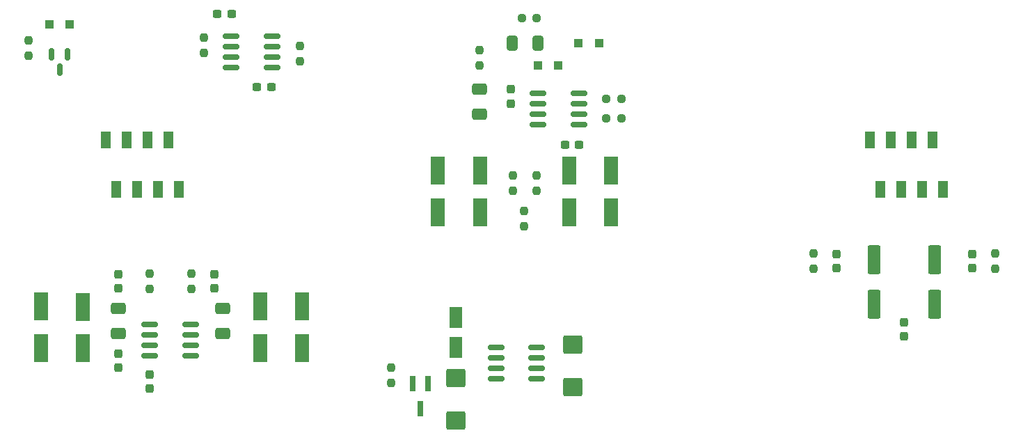
<source format=gbr>
%TF.GenerationSoftware,KiCad,Pcbnew,(6.0.9-0)*%
%TF.CreationDate,2024-08-25T20:50:42+02:00*%
%TF.ProjectId,preamp-test,70726561-6d70-42d7-9465-73742e6b6963,rev?*%
%TF.SameCoordinates,Original*%
%TF.FileFunction,Paste,Bot*%
%TF.FilePolarity,Positive*%
%FSLAX46Y46*%
G04 Gerber Fmt 4.6, Leading zero omitted, Abs format (unit mm)*
G04 Created by KiCad (PCBNEW (6.0.9-0)) date 2024-08-25 20:50:42*
%MOMM*%
%LPD*%
G01*
G04 APERTURE LIST*
G04 Aperture macros list*
%AMRoundRect*
0 Rectangle with rounded corners*
0 $1 Rounding radius*
0 $2 $3 $4 $5 $6 $7 $8 $9 X,Y pos of 4 corners*
0 Add a 4 corners polygon primitive as box body*
4,1,4,$2,$3,$4,$5,$6,$7,$8,$9,$2,$3,0*
0 Add four circle primitives for the rounded corners*
1,1,$1+$1,$2,$3*
1,1,$1+$1,$4,$5*
1,1,$1+$1,$6,$7*
1,1,$1+$1,$8,$9*
0 Add four rect primitives between the rounded corners*
20,1,$1+$1,$2,$3,$4,$5,0*
20,1,$1+$1,$4,$5,$6,$7,0*
20,1,$1+$1,$6,$7,$8,$9,0*
20,1,$1+$1,$8,$9,$2,$3,0*%
G04 Aperture macros list end*
%ADD10RoundRect,0.237500X0.237500X-0.250000X0.237500X0.250000X-0.237500X0.250000X-0.237500X-0.250000X0*%
%ADD11RoundRect,0.237500X-0.237500X0.250000X-0.237500X-0.250000X0.237500X-0.250000X0.237500X0.250000X0*%
%ADD12RoundRect,0.237500X0.237500X-0.300000X0.237500X0.300000X-0.237500X0.300000X-0.237500X-0.300000X0*%
%ADD13RoundRect,0.237500X0.250000X0.237500X-0.250000X0.237500X-0.250000X-0.237500X0.250000X-0.237500X0*%
%ADD14RoundRect,0.150000X-0.150000X0.587500X-0.150000X-0.587500X0.150000X-0.587500X0.150000X0.587500X0*%
%ADD15R,1.200000X2.000000*%
%ADD16R,1.000000X1.000000*%
%ADD17R,1.800000X3.500000*%
%ADD18RoundRect,0.237500X-0.237500X0.300000X-0.237500X-0.300000X0.237500X-0.300000X0.237500X0.300000X0*%
%ADD19RoundRect,0.237500X-0.300000X-0.237500X0.300000X-0.237500X0.300000X0.237500X-0.300000X0.237500X0*%
%ADD20RoundRect,0.150000X0.825000X0.150000X-0.825000X0.150000X-0.825000X-0.150000X0.825000X-0.150000X0*%
%ADD21R,0.800000X1.900000*%
%ADD22RoundRect,0.250000X0.650000X-0.412500X0.650000X0.412500X-0.650000X0.412500X-0.650000X-0.412500X0*%
%ADD23RoundRect,0.250000X-0.412500X-0.650000X0.412500X-0.650000X0.412500X0.650000X-0.412500X0.650000X0*%
%ADD24RoundRect,0.250000X0.550000X-1.050000X0.550000X1.050000X-0.550000X1.050000X-0.550000X-1.050000X0*%
%ADD25RoundRect,0.250000X-0.550000X1.500000X-0.550000X-1.500000X0.550000X-1.500000X0.550000X1.500000X0*%
%ADD26RoundRect,0.250000X-0.925000X0.875000X-0.925000X-0.875000X0.925000X-0.875000X0.925000X0.875000X0*%
%ADD27RoundRect,0.237500X-0.250000X-0.237500X0.250000X-0.237500X0.250000X0.237500X-0.250000X0.237500X0*%
%ADD28RoundRect,0.250000X0.925000X-0.875000X0.925000X0.875000X-0.925000X0.875000X-0.925000X-0.875000X0*%
G04 APERTURE END LIST*
D10*
%TO.C,R2*%
X83751500Y-120038500D03*
X83751500Y-118213500D03*
%TD*%
D11*
%TO.C,R7*%
X98552000Y-94845500D03*
X98552000Y-96670500D03*
%TD*%
D12*
%TO.C,C17*%
X50546000Y-118210500D03*
X50546000Y-116485500D03*
%TD*%
D13*
%TO.C,R5*%
X111783500Y-85471000D03*
X109958500Y-85471000D03*
%TD*%
D14*
%TO.C,Q1*%
X42484000Y-80088500D03*
X44384000Y-80088500D03*
X43434000Y-81963500D03*
%TD*%
D15*
%TO.C,J8*%
X142050000Y-90500000D03*
X143320000Y-96500000D03*
X144590000Y-90500000D03*
X145860000Y-96500000D03*
X147130000Y-90500000D03*
X148400000Y-96500000D03*
X149670000Y-90500000D03*
X150940000Y-96500000D03*
%TD*%
D16*
%TO.C,D1*%
X44684000Y-76454000D03*
X42184000Y-76454000D03*
%TD*%
D11*
%TO.C,R12*%
X72644000Y-79097500D03*
X72644000Y-80922500D03*
%TD*%
D17*
%TO.C,D3*%
X105410000Y-99274000D03*
X105410000Y-94274000D03*
%TD*%
D13*
%TO.C,R6*%
X111783500Y-87884000D03*
X109958500Y-87884000D03*
%TD*%
D18*
%TO.C,C6*%
X146177000Y-112675500D03*
X146177000Y-114400500D03*
%TD*%
D11*
%TO.C,R9*%
X99949000Y-99163500D03*
X99949000Y-100988500D03*
%TD*%
D19*
%TO.C,C20*%
X67463500Y-84074000D03*
X69188500Y-84074000D03*
%TD*%
D17*
%TO.C,D10*%
X41148000Y-110784000D03*
X41148000Y-115784000D03*
%TD*%
D15*
%TO.C,J9*%
X49050000Y-90500000D03*
X50320000Y-96500000D03*
X51590000Y-90500000D03*
X52860000Y-96500000D03*
X54130000Y-90500000D03*
X55400000Y-96500000D03*
X56670000Y-90500000D03*
X57940000Y-96500000D03*
%TD*%
D20*
%TO.C,U2*%
X106615000Y-84836000D03*
X106615000Y-86106000D03*
X106615000Y-87376000D03*
X106615000Y-88646000D03*
X101665000Y-88646000D03*
X101665000Y-87376000D03*
X101665000Y-86106000D03*
X101665000Y-84836000D03*
%TD*%
D17*
%TO.C,D5*%
X110490000Y-94274000D03*
X110490000Y-99274000D03*
%TD*%
D20*
%TO.C,U1*%
X101466500Y-115697000D03*
X101466500Y-116967000D03*
X101466500Y-118237000D03*
X101466500Y-119507000D03*
X96516500Y-119507000D03*
X96516500Y-118237000D03*
X96516500Y-116967000D03*
X96516500Y-115697000D03*
%TD*%
D21*
%TO.C,Q2*%
X86357500Y-120166000D03*
X88257500Y-120166000D03*
X87307500Y-123166000D03*
%TD*%
D17*
%TO.C,D8*%
X46228000Y-115824000D03*
X46228000Y-110824000D03*
%TD*%
D22*
%TO.C,C14*%
X63246000Y-114084500D03*
X63246000Y-110959500D03*
%TD*%
D16*
%TO.C,D6*%
X109073000Y-78740000D03*
X106573000Y-78740000D03*
%TD*%
D23*
%TO.C,C9*%
X98513500Y-78740000D03*
X101638500Y-78740000D03*
%TD*%
D18*
%TO.C,C16*%
X62230000Y-106833500D03*
X62230000Y-108558500D03*
%TD*%
D24*
%TO.C,C1*%
X91625500Y-115719000D03*
X91625500Y-112119000D03*
%TD*%
D10*
%TO.C,R8*%
X101473000Y-96670500D03*
X101473000Y-94845500D03*
%TD*%
D22*
%TO.C,C13*%
X50546000Y-114084500D03*
X50546000Y-110959500D03*
%TD*%
D25*
%TO.C,C8*%
X149860000Y-105101000D03*
X149860000Y-110501000D03*
%TD*%
%TO.C,C7*%
X142494000Y-105101000D03*
X142494000Y-110501000D03*
%TD*%
D12*
%TO.C,C19*%
X54356000Y-120750500D03*
X54356000Y-119025500D03*
%TD*%
D26*
%TO.C,C2*%
X105849500Y-115433000D03*
X105849500Y-120533000D03*
%TD*%
D17*
%TO.C,D9*%
X67818000Y-115784000D03*
X67818000Y-110784000D03*
%TD*%
D10*
%TO.C,FB2*%
X59436000Y-108608500D03*
X59436000Y-106783500D03*
%TD*%
%TO.C,R4*%
X157226000Y-106173500D03*
X157226000Y-104348500D03*
%TD*%
D19*
%TO.C,C12*%
X104928500Y-91059000D03*
X106653500Y-91059000D03*
%TD*%
D17*
%TO.C,D2*%
X94615000Y-99274000D03*
X94615000Y-94274000D03*
%TD*%
D18*
%TO.C,C11*%
X98298000Y-84354500D03*
X98298000Y-86079500D03*
%TD*%
D27*
%TO.C,R10*%
X99671500Y-75692000D03*
X101496500Y-75692000D03*
%TD*%
D12*
%TO.C,C15*%
X50546000Y-108558500D03*
X50546000Y-106833500D03*
%TD*%
D18*
%TO.C,C4*%
X137922000Y-104398500D03*
X137922000Y-106123500D03*
%TD*%
D10*
%TO.C,R11*%
X94488000Y-81430500D03*
X94488000Y-79605500D03*
%TD*%
D20*
%TO.C,U4*%
X59371000Y-112903000D03*
X59371000Y-114173000D03*
X59371000Y-115443000D03*
X59371000Y-116713000D03*
X54421000Y-116713000D03*
X54421000Y-115443000D03*
X54421000Y-114173000D03*
X54421000Y-112903000D03*
%TD*%
D19*
%TO.C,C18*%
X62637500Y-75184000D03*
X64362500Y-75184000D03*
%TD*%
D16*
%TO.C,D7*%
X104120000Y-81407000D03*
X101620000Y-81407000D03*
%TD*%
D11*
%TO.C,R3*%
X135128000Y-104348500D03*
X135128000Y-106173500D03*
%TD*%
D20*
%TO.C,U3*%
X69277000Y-77851000D03*
X69277000Y-79121000D03*
X69277000Y-80391000D03*
X69277000Y-81661000D03*
X64327000Y-81661000D03*
X64327000Y-80391000D03*
X64327000Y-79121000D03*
X64327000Y-77851000D03*
%TD*%
D10*
%TO.C,R13*%
X60960000Y-79906500D03*
X60960000Y-78081500D03*
%TD*%
%TO.C,FB1*%
X54356000Y-108608500D03*
X54356000Y-106783500D03*
%TD*%
D17*
%TO.C,D4*%
X89408000Y-94274000D03*
X89408000Y-99274000D03*
%TD*%
D28*
%TO.C,C3*%
X91625500Y-124597000D03*
X91625500Y-119497000D03*
%TD*%
D17*
%TO.C,D11*%
X72898000Y-110784000D03*
X72898000Y-115784000D03*
%TD*%
D12*
%TO.C,C5*%
X154432000Y-106123500D03*
X154432000Y-104398500D03*
%TD*%
D11*
%TO.C,R1*%
X39624000Y-78439000D03*
X39624000Y-80264000D03*
%TD*%
D22*
%TO.C,C10*%
X94488000Y-87414500D03*
X94488000Y-84289500D03*
%TD*%
M02*

</source>
